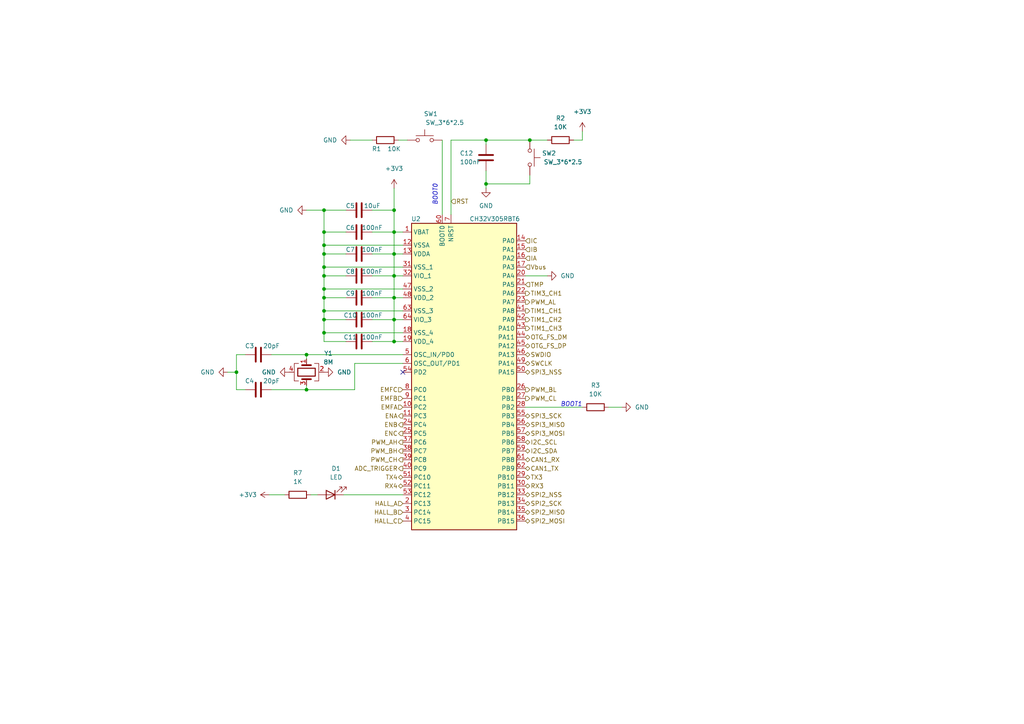
<source format=kicad_sch>
(kicad_sch (version 20211123) (generator eeschema)
  (paper "A4")
  (lib_symbols
    (symbol "Device:C" (pin_numbers hide) (pin_names (offset 0.254))
      (property "Reference" "C" (at 0.635 2.54 0))
      (property "Value" "C" (at 0.635 -2.54 0))
      (symbol "C_0_1"
        (polyline (pts (xy -2.032 -0.762) (xy 2.032 -0.762)) (stroke (width 0.508)))
        (polyline (pts (xy -2.032 0.762) (xy 2.032 0.762)) (stroke (width 0.508)))
      )
      (symbol "C_1_1"
        (pin passive line (at 0 3.81 270) (length 2.794) (name "~") (number "1"))
        (pin passive line (at 0 -3.81 90) (length 2.794) (name "~") (number "2"))
      )
    )
    (symbol "Device:Crystal_GND24" (pin_names (offset 1.016) hide)
      (property "Reference" "Y" (at 3.175 5.08 0))
      (property "Value" "Crystal_GND24" (at 3.175 3.175 0))
      (symbol "Crystal_GND24_0_1"
        (rectangle (start -1.143 2.54) (end 1.143 -2.54) (stroke (width 0.3048)))
        (polyline (pts (xy -2.54 0) (xy -2.032 0)))
        (polyline (pts (xy -2.032 -1.27) (xy -2.032 1.27)) (stroke (width 0.508)))
        (polyline (pts (xy 0 -3.81) (xy 0 -3.556)))
        (polyline (pts (xy 0 3.556) (xy 0 3.81)))
        (polyline (pts (xy 2.032 -1.27) (xy 2.032 1.27)) (stroke (width 0.508)))
        (polyline (pts (xy 2.032 0) (xy 2.54 0)))
        (polyline (pts (xy -2.54 -2.286) (xy -2.54 -3.556) (xy 2.54 -3.556) (xy 2.54 -2.286)))
        (polyline (pts (xy -2.54 2.286) (xy -2.54 3.556) (xy 2.54 3.556) (xy 2.54 2.286)))
      )
      (symbol "Crystal_GND24_1_1"
        (pin passive line (at -3.81 0 0) (length 1.27) (name "1") (number "1"))
        (pin passive line (at 0 5.08 270) (length 1.27) (name "2") (number "2"))
        (pin passive line (at 3.81 0 180) (length 1.27) (name "3") (number "3"))
        (pin passive line (at 0 -5.08 90) (length 1.27) (name "4") (number "4"))
      )
    )
    (symbol "Device:LED" (pin_numbers hide) (pin_names (offset 1.016) hide)
      (property "Reference" "D" (at 0 2.54 0))
      (property "Value" "LED" (at 0 -2.54 0))
      (symbol "LED_0_1"
        (polyline (pts (xy -1.27 -1.27) (xy -1.27 1.27)) (stroke (width 0.254)))
        (polyline (pts (xy -1.27 0) (xy 1.27 0)))
        (polyline (pts (xy 1.27 -1.27) (xy 1.27 1.27) (xy -1.27 0) (xy 1.27 -1.27)) (stroke (width 0.254)))
        (polyline (pts (xy -3.048 -0.762) (xy -4.572 -2.286) (xy -3.81 -2.286) (xy -4.572 -2.286) (xy -4.572 -1.524)))
        (polyline (pts (xy -1.778 -0.762) (xy -3.302 -2.286) (xy -2.54 -2.286) (xy -3.302 -2.286) (xy -3.302 -1.524)))
      )
      (symbol "LED_1_1"
        (pin passive line (at -3.81 0 0) (length 2.54) (name "K") (number "1"))
        (pin passive line (at 3.81 0 180) (length 2.54) (name "A") (number "2"))
      )
    )
    (symbol "Device:R" (pin_numbers hide) (pin_names (offset 0))
      (property "Reference" "R" (at 2.032 0 90))
      (property "Value" "R" (at 0 0 90))
      (symbol "R_0_1"
        (rectangle (start -1.016 -2.54) (end 1.016 2.54) (stroke (width 0.254)))
      )
      (symbol "R_1_1"
        (pin passive line (at 0 3.81 270) (length 1.27) (name "~") (number "1"))
        (pin passive line (at 0 -3.81 90) (length 1.27) (name "~") (number "2"))
      )
    )
    (symbol "My_MCU:CH32V305RBT6"
      (property "Reference" "U" (at -12.7 44.45 0))
      (property "Value" "CH32V305RBT6" (at 8.89 44.45 0))
      (symbol "CH32V305RBT6_0_1"
        (rectangle (start -13.97 -45.72) (end 16.51 43.18) (stroke (width 0.254)) (fill (type background)))
      )
      (symbol "CH32V305RBT6_1_1"
        (pin power_in line (at -16.51 40.64 0) (length 2.54) (name "VBAT") (number "1"))
        (pin bidirectional line (at -16.51 -10.16 0) (length 2.54) (name "PC2") (number "10"))
        (pin bidirectional line (at -16.51 -12.7 0) (length 2.54) (name "PC3") (number "11"))
        (pin power_in line (at -16.51 36.83 0) (length 2.54) (name "VSSA") (number "12"))
        (pin power_in line (at -16.51 34.29 0) (length 2.54) (name "VDDA") (number "13"))
        (pin bidirectional line (at 19.05 38.1 180) (length 2.54) (name "PA0") (number "14"))
        (pin bidirectional line (at 19.05 35.56 180) (length 2.54) (name "PA1") (number "15"))
        (pin bidirectional line (at 19.05 33.02 180) (length 2.54) (name "PA2") (number "16"))
        (pin bidirectional line (at 19.05 30.48 180) (length 2.54) (name "PA3") (number "17"))
        (pin power_in line (at -16.51 11.43 0) (length 2.54) (name "VSS_4") (number "18"))
        (pin power_in line (at -16.51 8.89 0) (length 2.54) (name "VDD_4") (number "19"))
        (pin bidirectional line (at -16.51 -38.1 0) (length 2.54) (name "PC13") (number "2"))
        (pin bidirectional line (at 19.05 27.94 180) (length 2.54) (name "PA4") (number "20"))
        (pin bidirectional line (at 19.05 25.4 180) (length 2.54) (name "PA5") (number "21"))
        (pin bidirectional line (at 19.05 22.86 180) (length 2.54) (name "PA6") (number "22"))
        (pin bidirectional line (at 19.05 20.32 180) (length 2.54) (name "PA7") (number "23"))
        (pin bidirectional line (at -16.51 -15.24 0) (length 2.54) (name "PC4") (number "24"))
        (pin bidirectional line (at -16.51 -17.78 0) (length 2.54) (name "PC5") (number "25"))
        (pin bidirectional line (at 19.05 -5.08 180) (length 2.54) (name "PB0") (number "26"))
        (pin bidirectional line (at 19.05 -7.62 180) (length 2.54) (name "PB1") (number "27"))
        (pin bidirectional line (at 19.05 -10.16 180) (length 2.54) (name "PB2") (number "28"))
        (pin bidirectional line (at 19.05 -30.48 180) (length 2.54) (name "PB10") (number "29"))
        (pin bidirectional line (at -16.51 -40.64 0) (length 2.54) (name "PC14") (number "3"))
        (pin bidirectional line (at 19.05 -33.02 180) (length 2.54) (name "PB11") (number "30"))
        (pin power_in line (at -16.51 30.48 0) (length 2.54) (name "VSS_1") (number "31"))
        (pin power_in line (at -16.51 27.94 0) (length 2.54) (name "VIO_1") (number "32"))
        (pin bidirectional line (at 19.05 -35.56 180) (length 2.54) (name "PB12") (number "33"))
        (pin bidirectional line (at 19.05 -38.1 180) (length 2.54) (name "PB13") (number "34"))
        (pin bidirectional line (at 19.05 -40.64 180) (length 2.54) (name "PB14") (number "35"))
        (pin bidirectional line (at 19.05 -43.18 180) (length 2.54) (name "PB15") (number "36"))
        (pin bidirectional line (at -16.51 -20.32 0) (length 2.54) (name "PC6") (number "37"))
        (pin bidirectional line (at -16.51 -22.86 0) (length 2.54) (name "PC7") (number "38"))
        (pin bidirectional line (at -16.51 -25.4 0) (length 2.54) (name "PC8") (number "39"))
        (pin bidirectional line (at -16.51 -43.18 0) (length 2.54) (name "PC15") (number "4"))
        (pin bidirectional line (at -16.51 -27.94 0) (length 2.54) (name "PC9") (number "40"))
        (pin bidirectional line (at 19.05 17.78 180) (length 2.54) (name "PA8") (number "41"))
        (pin bidirectional line (at 19.05 15.24 180) (length 2.54) (name "PA9") (number "42"))
        (pin bidirectional line (at 19.05 12.7 180) (length 2.54) (name "PA10") (number "43"))
        (pin bidirectional line (at 19.05 10.16 180) (length 2.54) (name "PA11") (number "44"))
        (pin bidirectional line (at 19.05 7.62 180) (length 2.54) (name "PA12") (number "45"))
        (pin bidirectional line (at 19.05 5.08 180) (length 2.54) (name "PA13") (number "46"))
        (pin power_in line (at -16.51 24.13 0) (length 2.54) (name "VSS_2") (number "47"))
        (pin power_in line (at -16.51 21.59 0) (length 2.54) (name "VDD_2") (number "48"))
        (pin bidirectional line (at 19.05 2.54 180) (length 2.54) (name "PA14") (number "49"))
        (pin bidirectional line (at -16.51 5.08 0) (length 2.54) (name "OSC_IN/PD0") (number "5"))
        (pin bidirectional line (at 19.05 0 180) (length 2.54) (name "PA15") (number "50"))
        (pin bidirectional line (at -16.51 -30.48 0) (length 2.54) (name "PC10") (number "51"))
        (pin bidirectional line (at -16.51 -33.02 0) (length 2.54) (name "PC11") (number "52"))
        (pin bidirectional line (at -16.51 -35.56 0) (length 2.54) (name "PC12") (number "53"))
        (pin bidirectional line (at -16.51 0 0) (length 2.54) (name "PD2") (number "54"))
        (pin bidirectional line (at 19.05 -12.7 180) (length 2.54) (name "PB3") (number "55"))
        (pin bidirectional line (at 19.05 -15.24 180) (length 2.54) (name "PB4") (number "56"))
        (pin bidirectional line (at 19.05 -17.78 180) (length 2.54) (name "PB5") (number "57"))
        (pin bidirectional line (at 19.05 -20.32 180) (length 2.54) (name "PB6") (number "58"))
        (pin bidirectional line (at 19.05 -22.86 180) (length 2.54) (name "PB7") (number "59"))
        (pin bidirectional line (at -16.51 2.54 0) (length 2.54) (name "OSC_OUT/PD1") (number "6"))
        (pin input line (at -5.08 45.72 270) (length 2.54) (name "BOOT0") (number "60"))
        (pin bidirectional line (at 19.05 -25.4 180) (length 2.54) (name "PB8") (number "61"))
        (pin bidirectional line (at 19.05 -27.94 180) (length 2.54) (name "PB9") (number "62"))
        (pin power_in line (at -16.51 17.78 0) (length 2.54) (name "VSS_3") (number "63"))
        (pin power_in line (at -16.51 15.24 0) (length 2.54) (name "VIO_3") (number "64"))
        (pin input line (at -2.54 45.72 270) (length 2.54) (name "NRST") (number "7"))
        (pin bidirectional line (at -16.51 -5.08 0) (length 2.54) (name "PC0") (number "8"))
        (pin bidirectional line (at -16.51 -7.62 0) (length 2.54) (name "PC1") (number "9"))
      )
    )
    (symbol "Switch:SW_Push" (pin_numbers hide) (pin_names (offset 1.016) hide)
      (property "Reference" "SW" (at 1.27 2.54 0))
      (property "Value" "SW_Push" (at 0 -1.524 0))
      (symbol "SW_Push_0_1"
        (circle (center -2.032 0) (radius 0.508))
        (polyline (pts (xy 0 1.27) (xy 0 3.048)))
        (polyline (pts (xy 2.54 1.27) (xy -2.54 1.27)))
        (circle (center 2.032 0) (radius 0.508))
        (pin passive line (at -5.08 0 0) (length 2.54) (name "1") (number "1"))
        (pin passive line (at 5.08 0 180) (length 2.54) (name "2") (number "2"))
      )
    )
    (symbol "power:+3V3" (power) (pin_names (offset 0))
      (property "Value" "+3V3" (at 0 3.556 0))
      (symbol "+3V3_0_1"
        (polyline (pts (xy -0.762 1.27) (xy 0 2.54)))
        (polyline (pts (xy 0 0) (xy 0 2.54)))
        (polyline (pts (xy 0 2.54) (xy 0.762 1.27)))
      )
      (symbol "+3V3_1_1"
        (pin power_in line (at 0 0 90) (length 0) hide (name "+3V3") (number "1"))
      )
    )
    (symbol "power:GND" (power) (pin_names (offset 0))
      (property "Value" "GND" (at 0 -3.81 0))
      (symbol "GND_0_1"
        (polyline (pts (xy 0 0) (xy 0 -1.27) (xy 1.27 -1.27) (xy 0 -2.54) (xy -1.27 -1.27) (xy 0 -1.27)))
      )
      (symbol "GND_1_1"
        (pin power_in line (at 0 0 270) (length 0) hide (name "GND") (number "1"))
      )
    )
  )
  (junction (at 114.3 86.36))
  (junction (at 114.3 99.06))
  (junction (at 93.98 77.47))
  (junction (at 114.3 92.71))
  (junction (at 93.98 73.66))
  (junction (at 114.3 80.01))
  (junction (at 93.98 96.52))
  (junction (at 93.98 92.71))
  (junction (at 114.3 73.66))
  (junction (at 93.98 71.12))
  (junction (at 93.98 80.01))
  (junction (at 93.98 67.31))
  (junction (at 93.98 90.17))
  (junction (at 93.98 60.96))
  (junction (at 114.3 60.96))
  (junction (at 140.97 53.34))
  (junction (at 93.98 86.36))
  (junction (at 153.67 40.64))
  (junction (at 88.9 102.87))
  (junction (at 114.3 67.31))
  (junction (at 93.98 83.82))
  (junction (at 88.9 113.03))
  (junction (at 140.97 40.64))
  (junction (at 68.58 107.95))
  (no_connect (at 116.84 107.95))
  (wire (pts (xy 88.9 104.14) (xy 88.9 102.87)))
  (wire (pts (xy 88.9 113.03) (xy 88.9 111.76)))
  (wire (pts (xy 93.98 67.31) (xy 93.98 71.12)))
  (wire (pts (xy 153.67 50.8) (xy 153.67 53.34)))
  (wire (pts (xy 158.75 80.01) (xy 152.4 80.01)))
  (wire (pts (xy 107.95 40.64) (xy 101.6 40.64)))
  (wire (pts (xy 107.95 73.66) (xy 114.3 73.66)))
  (wire (pts (xy 93.98 99.06) (xy 100.33 99.06)))
  (wire (pts (xy 114.3 54.61) (xy 114.3 60.96)))
  (wire (pts (xy 114.3 73.66) (xy 116.84 73.66)))
  (wire (pts (xy 102.87 113.03) (xy 88.9 113.03)))
  (wire (pts (xy 93.98 77.47) (xy 116.84 77.47)))
  (wire (pts (xy 90.17 143.51) (xy 92.075 143.51)))
  (wire (pts (xy 71.12 102.87) (xy 68.58 102.87)))
  (wire (pts (xy 93.98 77.47) (xy 93.98 80.01)))
  (wire (pts (xy 100.33 67.31) (xy 93.98 67.31)))
  (wire (pts (xy 114.3 73.66) (xy 114.3 67.31)))
  (wire (pts (xy 114.3 92.71) (xy 114.3 99.06)))
  (wire (pts (xy 114.3 99.06) (xy 116.84 99.06)))
  (wire (pts (xy 140.97 53.34) (xy 140.97 54.61)))
  (wire (pts (xy 93.98 73.66) (xy 93.98 77.47)))
  (wire (pts (xy 114.3 86.36) (xy 116.84 86.36)))
  (wire (pts (xy 107.95 99.06) (xy 114.3 99.06)))
  (wire (pts (xy 168.91 38.1) (xy 168.91 40.64)))
  (wire (pts (xy 115.57 40.64) (xy 118.11 40.64)))
  (wire (pts (xy 107.95 86.36) (xy 114.3 86.36)))
  (wire (pts (xy 93.98 83.82) (xy 93.98 86.36)))
  (wire (pts (xy 88.9 102.87) (xy 116.84 102.87)))
  (wire (pts (xy 93.98 86.36) (xy 93.98 90.17)))
  (wire (pts (xy 78.74 113.03) (xy 88.9 113.03)))
  (wire (pts (xy 102.87 105.41) (xy 102.87 113.03)))
  (wire (pts (xy 68.58 107.95) (xy 68.58 113.03)))
  (wire (pts (xy 114.3 67.31) (xy 116.84 67.31)))
  (wire (pts (xy 93.98 71.12) (xy 93.98 73.66)))
  (wire (pts (xy 93.98 83.82) (xy 116.84 83.82)))
  (wire (pts (xy 100.33 60.96) (xy 93.98 60.96)))
  (wire (pts (xy 153.67 53.34) (xy 140.97 53.34)))
  (wire (pts (xy 114.3 92.71) (xy 116.84 92.71)))
  (wire (pts (xy 130.81 40.64) (xy 130.81 62.23)))
  (wire (pts (xy 93.98 80.01) (xy 100.33 80.01)))
  (wire (pts (xy 107.95 67.31) (xy 114.3 67.31)))
  (wire (pts (xy 93.98 80.01) (xy 93.98 83.82)))
  (wire (pts (xy 114.3 86.36) (xy 114.3 92.71)))
  (wire (pts (xy 116.84 105.41) (xy 102.87 105.41)))
  (wire (pts (xy 128.27 62.23) (xy 128.27 40.64)))
  (wire (pts (xy 93.98 92.71) (xy 93.98 96.52)))
  (wire (pts (xy 78.105 143.51) (xy 82.55 143.51)))
  (wire (pts (xy 93.98 90.17) (xy 93.98 92.71)))
  (wire (pts (xy 78.74 102.87) (xy 88.9 102.87)))
  (wire (pts (xy 107.95 92.71) (xy 114.3 92.71)))
  (wire (pts (xy 168.91 40.64) (xy 166.37 40.64)))
  (wire (pts (xy 68.58 113.03) (xy 71.12 113.03)))
  (wire (pts (xy 130.81 40.64) (xy 140.97 40.64)))
  (wire (pts (xy 114.3 60.96) (xy 114.3 67.31)))
  (wire (pts (xy 93.98 73.66) (xy 100.33 73.66)))
  (wire (pts (xy 140.97 41.91) (xy 140.97 40.64)))
  (wire (pts (xy 152.4 118.11) (xy 168.91 118.11)))
  (wire (pts (xy 140.97 49.53) (xy 140.97 53.34)))
  (wire (pts (xy 114.3 80.01) (xy 114.3 86.36)))
  (wire (pts (xy 107.95 80.01) (xy 114.3 80.01)))
  (wire (pts (xy 93.98 71.12) (xy 116.84 71.12)))
  (wire (pts (xy 114.3 80.01) (xy 116.84 80.01)))
  (wire (pts (xy 176.53 118.11) (xy 180.34 118.11)))
  (wire (pts (xy 93.98 90.17) (xy 116.84 90.17)))
  (wire (pts (xy 114.3 73.66) (xy 114.3 80.01)))
  (wire (pts (xy 107.95 60.96) (xy 114.3 60.96)))
  (wire (pts (xy 68.58 102.87) (xy 68.58 107.95)))
  (wire (pts (xy 158.75 40.64) (xy 153.67 40.64)))
  (wire (pts (xy 93.98 92.71) (xy 100.33 92.71)))
  (wire (pts (xy 140.97 40.64) (xy 153.67 40.64)))
  (wire (pts (xy 66.04 107.95) (xy 68.58 107.95)))
  (wire (pts (xy 93.98 86.36) (xy 100.33 86.36)))
  (wire (pts (xy 93.98 60.96) (xy 93.98 67.31)))
  (wire (pts (xy 93.98 99.06) (xy 93.98 96.52)))
  (wire (pts (xy 88.9 60.96) (xy 93.98 60.96)))
  (wire (pts (xy 99.695 143.51) (xy 116.84 143.51)))
  (wire (pts (xy 93.98 96.52) (xy 116.84 96.52)))
  (text "BOOT0" (at 127 53.34 270) (effects (font (size 1.27 1.27) italic) (justify right bottom)))
  (text "BOOT1" (at 162.56 118.11 0) (effects (font (size 1.27 1.27) italic) (justify left bottom)))
  (hierarchical_label "PWM_CH" (shape output) (at 116.84 133.35 180))
  (hierarchical_label "ENA" (shape output) (at 116.84 120.65 180))
  (hierarchical_label "SPI2_MISO" (shape bidirectional) (at 152.4 148.59 0))
  (hierarchical_label "HALL_B" (shape input) (at 116.84 148.59 180))
  (hierarchical_label "EMFB" (shape input) (at 116.84 115.57 180))
  (hierarchical_label "CAN1_RX" (shape bidirectional) (at 152.4 133.35 0))
  (hierarchical_label "TMP" (shape input) (at 152.4 82.55 0))
  (hierarchical_label "TIM1_CH2" (shape output) (at 152.4 92.71 0))
  (hierarchical_label "PWM_AH" (shape output) (at 116.84 128.27 180))
  (hierarchical_label "SPI2_NSS" (shape bidirectional) (at 152.4 143.51 0))
  (hierarchical_label "PWM_BL" (shape output) (at 152.4 113.03 0))
  (hierarchical_label "IA" (shape input) (at 152.4 74.93 0))
  (hierarchical_label "TX4" (shape bidirectional) (at 116.84 138.43 180))
  (hierarchical_label "EMFC" (shape input) (at 116.84 113.03 180))
  (hierarchical_label "RX4" (shape bidirectional) (at 116.84 140.97 180))
  (hierarchical_label "SPI2_SCK" (shape bidirectional) (at 152.4 146.05 0))
  (hierarchical_label "SWCLK" (shape bidirectional) (at 152.4 105.41 0))
  (hierarchical_label "PWM_CL" (shape output) (at 152.4 115.57 0))
  (hierarchical_label "OTG_FS_DM" (shape bidirectional) (at 152.4 97.79 0))
  (hierarchical_label "PWM_AL" (shape output) (at 152.4 87.63 0))
  (hierarchical_label "TIM1_CH3" (shape output) (at 152.4 95.25 0))
  (hierarchical_label "I2C_SCL" (shape bidirectional) (at 152.4 128.27 0))
  (hierarchical_label "ENB" (shape output) (at 116.84 123.19 180))
  (hierarchical_label "PWM_BH" (shape output) (at 116.84 130.81 180))
  (hierarchical_label "OTG_FS_DP" (shape bidirectional) (at 152.4 100.33 0))
  (hierarchical_label "SPI3_MISO" (shape bidirectional) (at 152.4 123.19 0))
  (hierarchical_label "I2C_SDA" (shape bidirectional) (at 152.4 130.81 0))
  (hierarchical_label "Vbus" (shape input) (at 152.4 77.47 0))
  (hierarchical_label "SWDIO" (shape bidirectional) (at 152.4 102.87 0))
  (hierarchical_label "TX3" (shape bidirectional) (at 152.4 138.43 0))
  (hierarchical_label "SPI3_SCK" (shape bidirectional) (at 152.4 120.65 0))
  (hierarchical_label "CAN1_TX" (shape bidirectional) (at 152.4 135.89 0))
  (hierarchical_label "RX3" (shape bidirectional) (at 152.4 140.97 0))
  (hierarchical_label "ENC" (shape output) (at 116.84 125.73 180))
  (hierarchical_label "HALL_C" (shape input) (at 116.84 151.13 180))
  (hierarchical_label "SPI3_NSS" (shape bidirectional) (at 152.4 107.95 0))
  (hierarchical_label "IB" (shape input) (at 152.4 72.39 0))
  (hierarchical_label "SPI3_MOSI" (shape bidirectional) (at 152.4 125.73 0))
  (hierarchical_label "ADC_TRIGGER" (shape output) (at 116.84 135.89 180))
  (hierarchical_label "TIM3_CH1" (shape output) (at 152.4 85.09 0))
  (hierarchical_label "HALL_A" (shape input) (at 116.84 146.05 180))
  (hierarchical_label "RST" (shape input) (at 130.81 58.42 0))
  (hierarchical_label "TIM1_CH1" (shape output) (at 152.4 90.17 0))
  (hierarchical_label "SPI2_MOSI" (shape bidirectional) (at 152.4 151.13 0))
  (hierarchical_label "EMFA" (shape input) (at 116.84 118.11 180))
  (hierarchical_label "IC" (shape input) (at 152.4 69.85 0))
  (symbol (lib_id "power:GND") (at 101.6 40.64 270) (unit 1)
    (property "Reference" "#PWR08" (effects hide))
    (property "Value" "GND" (at 97.79 40.6401 90) (effects (justify right)))
  )
  (symbol (lib_id "Switch:SW_Push") (at 123.19 40.64 0) (mirror y) (unit 1)
    (property "Reference" "SW1" (at 127 33.02 0) (effects (justify left)))
    (property "Value" "SW_3*6*2.5" (at 134.62 35.56 0) (effects (justify left)))
    (property "Footprint" "Button_Switch_SMD:SW_SPST_CK_RS282G05A3" (effects hide))
  )
  (symbol (lib_id "Device:C") (at 74.93 102.87 90) (unit 1)
    (property "Reference" "C3" (at 72.39 100.33 90))
    (property "Value" "20pF" (at 78.74 100.33 90))
    (property "Footprint" "Capacitor_SMD:C_0603_1608Metric" (effects hide))
  )
  (symbol (lib_id "Device:C") (at 104.14 99.06 90) (unit 1)
    (property "Reference" "C11" (at 101.6 97.79 90))
    (property "Value" "100nF" (at 107.95 97.79 90))
    (property "Footprint" "Capacitor_SMD:C_0603_1608Metric" (effects hide))
  )
  (symbol (lib_id "Device:C") (at 104.14 92.71 90) (unit 1)
    (property "Reference" "C10" (at 101.6 91.44 90))
    (property "Value" "100nF" (at 107.95 91.44 90))
    (property "Footprint" "Capacitor_SMD:C_0603_1608Metric" (effects hide))
  )
  (symbol (lib_id "Device:R") (at 86.36 143.51 90) (unit 1)
    (property "Reference" "R7" (at 86.36 137.16 90))
    (property "Value" "1K" (at 86.36 139.7 90))
    (property "Footprint" "Resistor_SMD:R_0603_1608Metric" (effects hide))
  )
  (symbol (lib_id "Device:R") (at 172.72 118.11 90) (unit 1)
    (property "Reference" "R3" (at 172.72 111.76 90))
    (property "Value" "10K" (at 172.72 114.3 90))
    (property "Footprint" "Resistor_SMD:R_0603_1608Metric" (effects hide))
  )
  (symbol (lib_id "Device:C") (at 104.14 67.31 270) (unit 1)
    (property "Reference" "C6" (at 101.6 66.04 90))
    (property "Value" "100nF" (at 107.95 66.04 90))
    (property "Footprint" "Capacitor_SMD:C_0603_1608Metric" (effects hide))
  )
  (symbol (lib_id "Device:C") (at 104.14 73.66 90) (unit 1)
    (property "Reference" "C7" (at 101.6 72.39 90))
    (property "Value" "100nF" (at 107.95 72.39 90))
    (property "Footprint" "Capacitor_SMD:C_0603_1608Metric" (effects hide))
  )
  (symbol (lib_id "power:GND") (at 88.9 60.96 270) (unit 1)
    (property "Reference" "#PWR06" (effects hide))
    (property "Value" "GND" (at 85.09 60.9599 90) (effects (justify right)))
  )
  (symbol (lib_id "power:GND") (at 66.04 107.95 270) (unit 1)
    (property "Reference" "#PWR04" (effects hide))
    (property "Value" "GND" (at 62.23 107.9499 90) (effects (justify right)))
  )
  (symbol (lib_id "power:GND") (at 140.97 54.61 0) (mirror y) (unit 1)
    (property "Reference" "#PWR010" (effects hide))
    (property "Value" "GND" (at 140.97 59.69 0))
  )
  (symbol (lib_id "Device:LED") (at 95.885 143.51 180) (unit 1)
    (property "Reference" "D1" (at 97.4725 135.89 0))
    (property "Value" "LED" (at 97.4725 138.43 0))
    (property "Footprint" "LED_SMD:LED_0603_1608Metric" (effects hide))
  )
  (symbol (lib_id "Device:R") (at 111.76 40.64 270) (unit 1)
    (property "Reference" "R1" (at 109.22 43.18 90))
    (property "Value" "10K" (at 114.3 43.18 90))
    (property "Footprint" "Resistor_SMD:R_0603_1608Metric" (effects hide))
  )
  (symbol (lib_id "power:GND") (at 158.75 80.01 90) (unit 1)
    (property "Reference" "#PWR011" (effects hide))
    (property "Value" "GND" (at 162.56 80.0099 90) (effects (justify right)))
  )
  (symbol (lib_id "My_MCU:CH32V305RBT6") (at 133.35 107.95 0) (unit 1)
    (property "Reference" "U2" (at 120.65 63.5 0))
    (property "Value" "CH32V305RBT6" (at 143.51 63.5 0))
    (property "Footprint" "Package_QFP:LQFP-64_10x10mm_P0.5mm" (effects hide))
    (property "Datasheet" "https://www.semiee.com/file/WCH/WCH-CH32V20x_30x_V1.1.pdf" (effects hide))
  )
  (symbol (lib_id "Device:C") (at 74.93 113.03 90) (unit 1)
    (property "Reference" "C4" (at 72.39 110.49 90))
    (property "Value" "20pF" (at 78.74 110.49 90))
    (property "Footprint" "Capacitor_SMD:C_0603_1608Metric" (effects hide))
  )
  (symbol (lib_id "Device:C") (at 140.97 45.72 0) (mirror y) (unit 1)
    (property "Reference" "C12" (at 133.35 44.45 0) (effects (justify right)))
    (property "Value" "100nF" (at 133.35 46.99 0) (effects (justify right)))
    (property "Footprint" "Capacitor_SMD:C_0603_1608Metric" (effects hide))
  )
  (symbol (lib_id "Device:Crystal_GND24") (at 88.9 107.95 270) (unit 1)
    (property "Reference" "Y1" (at 95.25 102.4888 90))
    (property "Value" "8M" (at 95.25 105.0288 90))
    (property "Footprint" "Crystal:Crystal_SMD_3225-4Pin_3.2x2.5mm" (effects hide))
  )
  (symbol (lib_id "power:+3V3") (at 114.3 54.61 0) (unit 1)
    (property "Reference" "#PWR012" (effects hide))
    (property "Value" "+3V3" (at 114.3 48.895 0))
  )
  (symbol (lib_id "Switch:SW_Push") (at 153.67 45.72 270) (mirror x) (unit 1)
    (property "Reference" "SW2" (at 161.29 44.45 90) (effects (justify right)))
    (property "Value" "SW_3*6*2.5" (at 168.91 46.99 90) (effects (justify right)))
    (property "Footprint" "Button_Switch_SMD:SW_SPST_CK_RS282G05A3" (effects hide))
  )
  (symbol (lib_id "power:GND") (at 93.98 107.95 90) (unit 1)
    (property "Reference" "#PWR07" (effects hide))
    (property "Value" "GND" (at 97.79 107.9501 90) (effects (justify right)))
  )
  (symbol (lib_id "power:GND") (at 83.82 107.95 270) (unit 1)
    (property "Reference" "#PWR05" (effects hide))
    (property "Value" "GND" (at 80.01 107.9499 90) (effects (justify right)))
  )
  (symbol (lib_id "Device:C") (at 104.14 60.96 270) (unit 1)
    (property "Reference" "C5" (at 101.6 59.69 90))
    (property "Value" "10uF" (at 107.95 59.69 90))
    (property "Footprint" "Capacitor_SMD:C_0603_1608Metric" (effects hide))
  )
  (symbol (lib_id "Device:C") (at 104.14 80.01 90) (unit 1)
    (property "Reference" "C8" (at 101.6 78.74 90))
    (property "Value" "100nF" (at 107.95 78.74 90))
    (property "Footprint" "Capacitor_SMD:C_0603_1608Metric" (effects hide))
  )
  (symbol (lib_id "power:+3V3") (at 78.105 143.51 90) (unit 1)
    (property "Reference" "#PWR09" (effects hide))
    (property "Value" "+3V3" (at 69.215 143.51 90) (effects (justify right)))
  )
  (symbol (lib_id "power:GND") (at 180.34 118.11 90) (unit 1)
    (property "Reference" "#PWR013" (effects hide))
    (property "Value" "GND" (at 184.15 118.1099 90) (effects (justify right)))
  )
  (symbol (lib_id "power:+3V3") (at 168.91 38.1 0) (unit 1)
    (property "Reference" "#PWR037" (effects hide))
    (property "Value" "+3V3" (at 168.91 32.385 0))
  )
  (symbol (lib_id "Device:C") (at 104.14 86.36 90) (unit 1)
    (property "Reference" "C9" (at 101.6 85.09 90))
    (property "Value" "100nF" (at 107.95 85.09 90))
    (property "Footprint" "Capacitor_SMD:C_0603_1608Metric" (effects hide))
  )
  (symbol (lib_id "Device:R") (at 162.56 40.64 270) (mirror x) (unit 1)
    (property "Reference" "R2" (at 162.56 34.29 90))
    (property "Value" "10K" (at 162.56 36.83 90))
    (property "Footprint" "Resistor_SMD:R_0603_1608Metric" (effects hide))
  )
)
</source>
